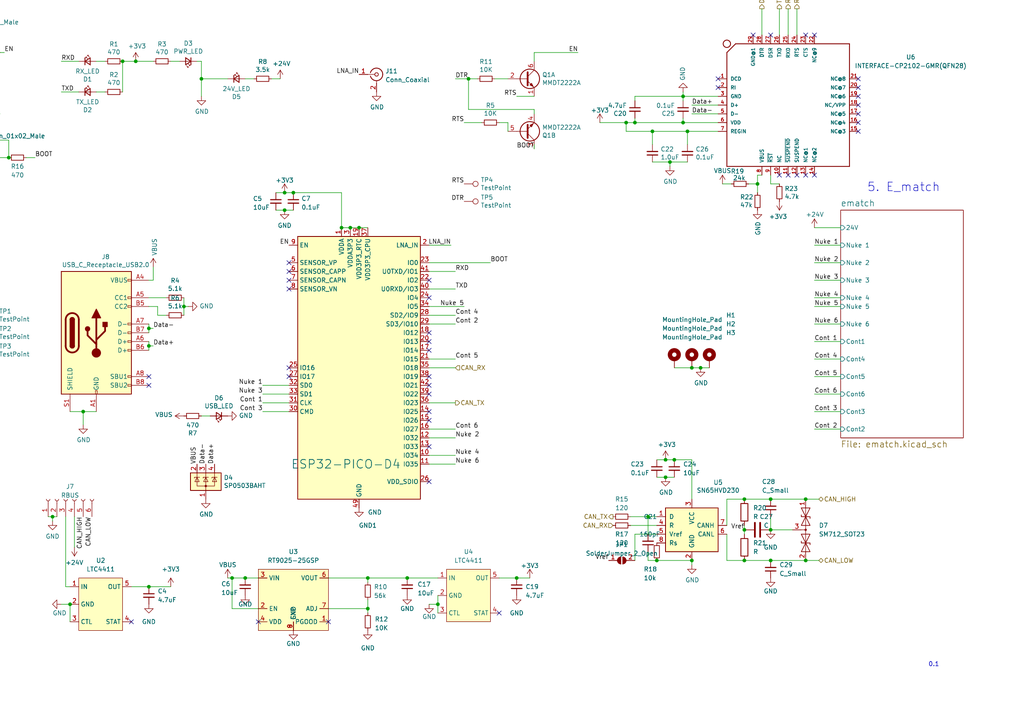
<source format=kicad_sch>
(kicad_sch (version 20211123) (generator eeschema)
  (paper "A4")
  (lib_symbols
    (symbol "Connector:Conn_01x02_Male" (pin_names (offset 1.016) hide)
      (property "Reference" "J" (at 0 2.54 0))
      (property "Value" "Conn_01x02_Male" (at 0 -5.08 0))
      (symbol "Conn_01x02_Male_1_1"
        (pin passive line (at 5.08 0 180) (length 3.81) (name "Pin_1") (number "1"))
        (pin passive line (at 5.08 -2.54 180) (length 3.81) (name "Pin_2") (number "2"))
      )
    )
    (symbol "Connector:Conn_01x06_Female" (pin_names (offset 1.016) hide)
      (property "Reference" "J" (at 0 7.62 0))
      (property "Value" "Conn_01x06_Female" (at 0 -10.16 0))
      (symbol "Conn_01x06_Female_1_1"
        (pin passive line (at -5.08 5.08 0) (length 3.81) (name "Pin_1") (number "1"))
        (pin passive line (at -5.08 2.54 0) (length 3.81) (name "Pin_2") (number "2"))
        (pin passive line (at -5.08 0 0) (length 3.81) (name "Pin_3") (number "3"))
        (pin passive line (at -5.08 -2.54 0) (length 3.81) (name "Pin_4") (number "4"))
        (pin passive line (at -5.08 -5.08 0) (length 3.81) (name "Pin_5") (number "5"))
        (pin passive line (at -5.08 -7.62 0) (length 3.81) (name "Pin_6") (number "6"))
      )
    )
    (symbol "Connector:Conn_Coaxial" (pin_names (offset 1.016) hide)
      (property "Reference" "J" (at 0.254 3.048 0))
      (property "Value" "Conn_Coaxial" (at 2.921 0 90))
      (symbol "Conn_Coaxial_1_1"
        (pin passive line (at -5.08 0 0) (length 2.54) (name "In") (number "1"))
        (pin passive line (at 0 -5.08 90) (length 2.54) (name "Ext") (number "2"))
      )
    )
    (symbol "Connector:TestPoint" (pin_numbers hide) (pin_names (offset 0.762) hide)
      (property "Reference" "TP" (at 0 6.858 0))
      (property "Value" "TestPoint" (at 0 5.08 0))
      (symbol "TestPoint_1_1"
        (pin passive line (at 0 0 90) (length 2.54) (name "1") (number "1"))
      )
    )
    (symbol "Connector:USB_C_Receptacle_USB2.0" (pin_names (offset 1.016))
      (property "Reference" "J" (at -10.16 19.05 0))
      (property "Value" "USB_C_Receptacle_USB2.0" (at 19.05 19.05 0))
      (symbol "USB_C_Receptacle_USB2.0_1_1"
        (pin passive line (at 0 -22.86 90) (length 5.08) (name "GND") (number "A1"))
        (pin passive line (at 0 -22.86 90) (length 5.08) hide (name "GND") (number "A12"))
        (pin passive line (at 15.24 15.24 180) (length 5.08) (name "VBUS") (number "A4"))
        (pin bidirectional line (at 15.24 10.16 180) (length 5.08) (name "CC1") (number "A5"))
        (pin bidirectional line (at 15.24 -2.54 180) (length 5.08) (name "D+") (number "A6"))
        (pin bidirectional line (at 15.24 2.54 180) (length 5.08) (name "D-") (number "A7"))
        (pin bidirectional line (at 15.24 -12.7 180) (length 5.08) (name "SBU1") (number "A8"))
        (pin passive line (at 15.24 15.24 180) (length 5.08) hide (name "VBUS") (number "A9"))
        (pin passive line (at 0 -22.86 90) (length 5.08) hide (name "GND") (number "B1"))
        (pin passive line (at 0 -22.86 90) (length 5.08) hide (name "GND") (number "B12"))
        (pin passive line (at 15.24 15.24 180) (length 5.08) hide (name "VBUS") (number "B4"))
        (pin bidirectional line (at 15.24 7.62 180) (length 5.08) (name "CC2") (number "B5"))
        (pin bidirectional line (at 15.24 -5.08 180) (length 5.08) (name "D+") (number "B6"))
        (pin bidirectional line (at 15.24 0 180) (length 5.08) (name "D-") (number "B7"))
        (pin bidirectional line (at 15.24 -15.24 180) (length 5.08) (name "SBU2") (number "B8"))
        (pin passive line (at 15.24 15.24 180) (length 5.08) hide (name "VBUS") (number "B9"))
        (pin passive line (at -7.62 -22.86 90) (length 5.08) (name "SHIELD") (number "S1"))
      )
    )
    (symbol "Device:C" (pin_numbers hide) (pin_names (offset 0.254))
      (property "Reference" "C" (at 0.635 2.54 0))
      (property "Value" "C" (at 0.635 -2.54 0))
      (symbol "C_1_1"
        (pin passive line (at 0 3.81 270) (length 2.794) (name "~") (number "1"))
        (pin passive line (at 0 -3.81 90) (length 2.794) (name "~") (number "2"))
      )
    )
    (symbol "Device:C_Small" (pin_numbers hide) (pin_names (offset 0.254) hide)
      (property "Reference" "C" (at 0.254 1.778 0))
      (property "Value" "C_Small" (at 0.254 -2.032 0))
      (symbol "C_Small_1_1"
        (pin passive line (at 0 2.54 270) (length 2.032) (name "~") (number "1"))
        (pin passive line (at 0 -2.54 90) (length 2.032) (name "~") (number "2"))
      )
    )
    (symbol "Device:LED_Small" (pin_numbers hide) (pin_names (offset 0.254) hide)
      (property "Reference" "D" (at -1.27 3.175 0))
      (property "Value" "LED_Small" (at -4.445 -2.54 0))
      (symbol "LED_Small_1_1"
        (pin passive line (at -2.54 0 0) (length 1.778) (name "K") (number "1"))
        (pin passive line (at 2.54 0 180) (length 1.778) (name "A") (number "2"))
      )
    )
    (symbol "Device:R" (pin_numbers hide) (pin_names (offset 0))
      (property "Reference" "R" (at 2.032 0 90))
      (property "Value" "R" (at 0 0 90))
      (symbol "R_1_1"
        (pin passive line (at 0 3.81 270) (length 1.27) (name "~") (number "1"))
        (pin passive line (at 0 -3.81 90) (length 1.27) (name "~") (number "2"))
      )
    )
    (symbol "Device:R_Small" (pin_numbers hide) (pin_names (offset 0.254) hide)
      (property "Reference" "R" (at 0.762 0.508 0))
      (property "Value" "R_Small" (at 0.762 -1.016 0))
      (symbol "R_Small_1_1"
        (pin passive line (at 0 2.54 270) (length 0.762) (name "~") (number "1"))
        (pin passive line (at 0 -2.54 90) (length 0.762) (name "~") (number "2"))
      )
    )
    (symbol "Diode:SM712_SOT23" (pin_names (offset 1.016) hide)
      (property "Reference" "D" (at 0 4.445 0))
      (property "Value" "SM712_SOT23" (at 0 2.54 0))
      (symbol "SM712_SOT23_1_1"
        (pin passive line (at -8.89 0 0) (length 2.54) (name "A1") (number "1"))
        (pin passive line (at 8.89 0 180) (length 2.54) (name "A2") (number "2"))
        (pin input line (at 0 -3.81 90) (length 2.54) (name "common") (number "3"))
      )
    )
    (symbol "Interface_CAN_LIN:SN65HVD230" (pin_names (offset 1.016))
      (property "Reference" "U" (at -2.54 10.16 0))
      (property "Value" "SN65HVD230" (at -2.54 7.62 0))
      (symbol "SN65HVD230_1_1"
        (pin input line (at -10.16 2.54 0) (length 2.54) (name "D") (number "1"))
        (pin power_in line (at 0 -10.16 90) (length 2.54) (name "GND") (number "2"))
        (pin power_in line (at 0 7.62 270) (length 2.54) (name "VCC") (number "3"))
        (pin output line (at -10.16 0 0) (length 2.54) (name "R") (number "4"))
        (pin output line (at -10.16 -2.54 0) (length 2.54) (name "Vref") (number "5"))
        (pin bidirectional line (at 10.16 -2.54 180) (length 2.54) (name "CANL") (number "6"))
        (pin bidirectional line (at 10.16 0 180) (length 2.54) (name "CANH") (number "7"))
        (pin input line (at -10.16 -5.08 0) (length 2.54) (name "Rs") (number "8"))
      )
    )
    (symbol "Jumper:SolderJumper_2_Open" (pin_names (offset 0) hide)
      (property "Reference" "JP" (at 0 2.032 0))
      (property "Value" "SolderJumper_2_Open" (at 0 -2.54 0))
      (symbol "SolderJumper_2_Open_1_1"
        (pin passive line (at -3.81 0 0) (length 2.54) (name "A") (number "1"))
        (pin passive line (at 3.81 0 180) (length 2.54) (name "B") (number "2"))
      )
    )
    (symbol "Mechanical:MountingHole_Pad" (pin_numbers hide) (pin_names (offset 1.016) hide)
      (property "Reference" "H" (at 0 6.35 0))
      (property "Value" "MountingHole_Pad" (at 0 4.445 0))
      (symbol "MountingHole_Pad_1_1"
        (pin input line (at 0 -2.54 90) (length 2.54) (name "1") (number "1"))
      )
    )
    (symbol "Power_Protection:SP0503BAHT" (pin_names hide)
      (property "Reference" "D" (at 5.715 2.54 0))
      (property "Value" "SP0503BAHT" (at 5.715 0.635 0))
      (symbol "SP0503BAHT_0_0"
        (pin passive line (at 0 -5.08 90) (length 2.54) (name "A") (number "1"))
      )
      (symbol "SP0503BAHT_1_1"
        (pin passive line (at -2.54 5.08 270) (length 2.54) (name "K") (number "2"))
        (pin passive line (at 0 5.08 270) (length 2.54) (name "K") (number "3"))
        (pin passive line (at 2.54 5.08 270) (length 2.54) (name "K") (number "4"))
      )
    )
    (symbol "RF_Module:ESP32-PICO-D4"
      (property "Reference" "U" (at -17.78 39.37 0))
      (property "Value" "ESP32-PICO-D4" (at 3.81 39.37 0))
      (symbol "ESP32-PICO-D4_0_0"
        (pin power_in line (at -5.08 40.64 270) (length 2.54) (name "VDDA") (number "1"))
        (pin input line (at 20.32 -25.4 180) (length 2.54) (name "IO34") (number "10"))
        (pin input line (at 20.32 -27.94 180) (length 2.54) (name "IO35") (number "11"))
        (pin bidirectional line (at 20.32 -20.32 180) (length 2.54) (name "IO32") (number "12"))
        (pin bidirectional line (at 20.32 -22.86 180) (length 2.54) (name "IO33") (number "13"))
        (pin bidirectional line (at 20.32 -12.7 180) (length 2.54) (name "IO25") (number "14"))
        (pin bidirectional line (at 20.32 -15.24 180) (length 2.54) (name "IO26") (number "15"))
        (pin bidirectional line (at 20.32 -17.78 180) (length 2.54) (name "IO27") (number "16"))
        (pin bidirectional line (at 20.32 5.08 180) (length 2.54) (name "IO14") (number "17"))
        (pin bidirectional line (at 20.32 10.16 180) (length 2.54) (name "IO12") (number "18"))
        (pin power_in line (at 0 40.64 270) (length 2.54) (name "VDD3P3_RTC") (number "19"))
        (pin bidirectional line (at 20.32 35.56 180) (length 2.54) (name "LNA_IN") (number "2"))
        (pin bidirectional line (at 20.32 7.62 180) (length 2.54) (name "IO13") (number "20"))
        (pin bidirectional line (at 20.32 2.54 180) (length 2.54) (name "IO15") (number "21"))
        (pin bidirectional line (at 20.32 25.4 180) (length 2.54) (name "IO2") (number "22"))
        (pin bidirectional line (at 20.32 30.48 180) (length 2.54) (name "IO0") (number "23"))
        (pin bidirectional line (at 20.32 20.32 180) (length 2.54) (name "IO4") (number "24"))
        (pin bidirectional line (at -20.32 0 0) (length 2.54) (name "IO16") (number "25"))
        (pin power_out line (at 20.32 -33.02 180) (length 2.54) (name "VDD_SDIO") (number "26"))
        (pin bidirectional line (at -20.32 -2.54 0) (length 2.54) (name "IO17") (number "27"))
        (pin bidirectional line (at 20.32 15.24 180) (length 2.54) (name "SD2/IO9") (number "28"))
        (pin bidirectional line (at 20.32 12.7 180) (length 2.54) (name "SD3/IO10") (number "29"))
        (pin power_in line (at -2.54 40.64 270) (length 2.54) (name "VDDA3P3") (number "3"))
        (pin bidirectional line (at -20.32 -12.7 0) (length 2.54) (name "CMD") (number "30"))
        (pin bidirectional line (at -20.32 -10.16 0) (length 2.54) (name "CLK") (number "31"))
        (pin bidirectional line (at -20.32 -5.08 0) (length 2.54) (name "SD0") (number "32"))
        (pin bidirectional line (at -20.32 -7.62 0) (length 2.54) (name "SD1") (number "33"))
        (pin bidirectional line (at 20.32 17.78 180) (length 2.54) (name "IO5") (number "34"))
        (pin bidirectional line (at 20.32 0 180) (length 2.54) (name "IO18") (number "35"))
        (pin bidirectional line (at 20.32 -10.16 180) (length 2.54) (name "IO23") (number "36"))
        (pin power_in line (at 2.54 40.64 270) (length 2.54) (name "VDD3P3_CPU") (number "37"))
        (pin bidirectional line (at 20.32 -2.54 180) (length 2.54) (name "IO19") (number "38"))
        (pin bidirectional line (at 20.32 -7.62 180) (length 2.54) (name "IO22") (number "39"))
        (pin passive line (at -2.54 40.64 270) (length 2.54) hide (name "VDDA3P3") (number "4"))
        (pin bidirectional line (at 20.32 22.86 180) (length 2.54) (name "U0RXD/IO3") (number "40"))
        (pin bidirectional line (at 20.32 27.94 180) (length 2.54) (name "U0TXD/IO1") (number "41"))
        (pin bidirectional line (at 20.32 -5.08 180) (length 2.54) (name "IO21") (number "42"))
        (pin passive line (at -5.08 40.64 270) (length 2.54) hide (name "VDDA") (number "43"))
        (pin no_connect line (at -17.78 -25.4 0) (length 2.54) hide (name "XTAL_N_NC") (number "44"))
        (pin no_connect line (at -17.78 -27.94 0) (length 2.54) hide (name "XTAL_P_NC") (number "45"))
        (pin passive line (at -5.08 40.64 270) (length 2.54) hide (name "VDDA") (number "46"))
        (pin no_connect line (at -17.78 -30.48 0) (length 2.54) hide (name "CAP2_NC") (number "47"))
        (pin no_connect line (at -17.78 -33.02 0) (length 2.54) hide (name "CAP1_NC") (number "48"))
        (pin power_in line (at 0 -40.64 90) (length 2.54) (name "GND") (number "49"))
        (pin input line (at -20.32 30.48 0) (length 2.54) (name "SENSOR_VP") (number "5"))
        (pin input line (at -20.32 27.94 0) (length 2.54) (name "SENSOR_CAPP") (number "6"))
        (pin input line (at -20.32 25.4 0) (length 2.54) (name "SENSOR_CAPN") (number "7"))
        (pin input line (at -20.32 22.86 0) (length 2.54) (name "SENSOR_VN") (number "8"))
        (pin input line (at -20.32 35.56 0) (length 2.54) (name "EN") (number "9"))
      )
    )
    (symbol "Transistor_BJT:MMDT2222A" (pin_names (offset 0) hide)
      (property "Reference" "Q" (at 5.08 1.27 0))
      (property "Value" "MMDT2222A" (at 5.08 -1.27 0))
      (symbol "MMDT2222A_1_1"
        (pin passive line (at 2.54 -5.08 90) (length 2.54) (name "E1") (number "1"))
        (pin input line (at -5.08 0 0) (length 2.54) (name "B1") (number "2"))
        (pin passive line (at 2.54 5.08 270) (length 2.54) (name "C1") (number "6"))
      )
      (symbol "MMDT2222A_2_1"
        (pin passive line (at 2.54 5.08 270) (length 2.54) (name "C2") (number "3"))
        (pin passive line (at 2.54 -5.08 90) (length 2.54) (name "E2") (number "4"))
        (pin input line (at -5.08 0 0) (length 2.54) (name "B2") (number "5"))
      )
    )
    (symbol "analogue-cache:+3.3V" (power) (pin_names (offset 0))
      (property "Value" "+3.3V" (at 0 3.556 0))
      (symbol "+3.3V_1_1"
        (pin power_in line (at 0 0 90) (length 0) hide (name "+3V3") (number "1"))
      )
    )
    (symbol "iclr:INTERFACE-CP2102-GMR(QFN28)" (pin_names (offset 1.016))
      (property "Reference" "U" (at -17.8054 20.3454 0))
      (property "Value" "INTERFACE-CP2102-GMR(QFN28)" (at -17.78 -17.78 0))
      (symbol "INTERFACE-CP2102-GMR(QFN28)_0_0"
        (pin bidirectional line (at -20.32 7.62 0) (length 2.54) (name "DCD") (number "1"))
        (pin bidirectional line (at -2.54 -20.32 90) (length 2.54) (name "NC") (number "10"))
        (pin bidirectional line (at 0 -20.32 90) (length 2.54) (name "~{SUSPEND}") (number "11"))
        (pin bidirectional line (at 2.54 -20.32 90) (length 2.54) (name "SUSPEND") (number "12"))
        (pin bidirectional line (at 5.08 -20.32 90) (length 2.54) (name "NC@1") (number "13"))
        (pin bidirectional line (at 7.62 -20.32 90) (length 2.54) (name "NC@2") (number "14"))
        (pin bidirectional line (at 20.32 -7.62 180) (length 2.54) (name "NC@3") (number "15"))
        (pin bidirectional line (at 20.32 -5.08 180) (length 2.54) (name "NC@4") (number "16"))
        (pin bidirectional line (at 20.32 -2.54 180) (length 2.54) (name "NC@5") (number "17"))
        (pin bidirectional line (at 20.32 0 180) (length 2.54) (name "NC/VPP") (number "18"))
        (pin bidirectional line (at 20.32 2.54 180) (length 2.54) (name "NC@6") (number "19"))
        (pin bidirectional line (at -20.32 5.08 0) (length 2.54) (name "RI") (number "2"))
        (pin bidirectional line (at 20.32 5.08 180) (length 2.54) (name "NC@7") (number "20"))
        (pin bidirectional line (at 20.32 7.62 180) (length 2.54) (name "NC@8") (number "21"))
        (pin bidirectional line (at 7.62 20.32 270) (length 2.54) (name "NC@9") (number "22"))
        (pin bidirectional line (at 5.08 20.32 270) (length 2.54) (name "CTS") (number "23"))
        (pin bidirectional line (at 2.54 20.32 270) (length 2.54) (name "RTS") (number "24"))
        (pin bidirectional line (at 0 20.32 270) (length 2.54) (name "RXD") (number "25"))
        (pin bidirectional line (at -2.54 20.32 270) (length 2.54) (name "TXD") (number "26"))
        (pin bidirectional line (at -5.08 20.32 270) (length 2.54) (name "DSR") (number "27"))
        (pin bidirectional line (at -7.62 20.32 270) (length 2.54) (name "DTR") (number "28"))
        (pin bidirectional line (at -10.16 20.32 270) (length 2.54) (name "GND@1") (number "29"))
        (pin bidirectional line (at -20.32 2.54 0) (length 2.54) (name "GND") (number "3"))
        (pin bidirectional line (at -20.32 0 0) (length 2.54) (name "D+") (number "4"))
        (pin bidirectional line (at -20.32 -2.54 0) (length 2.54) (name "D-") (number "5"))
        (pin bidirectional line (at -20.32 -5.08 0) (length 2.54) (name "VDD") (number "6"))
        (pin bidirectional line (at -20.32 -7.62 0) (length 2.54) (name "REGIN") (number "7"))
        (pin bidirectional line (at -7.62 -20.32 90) (length 2.54) (name "VBUS") (number "8"))
        (pin bidirectional line (at -5.08 -20.32 90) (length 2.54) (name "~{RST}") (number "9"))
      )
    )
    (symbol "iclr:LTC4411"
      (property "Reference" "U" (at 0 1.27 0))
      (property "Value" "LTC4411" (at 0 -1.27 0))
      (symbol "LTC4411_1_1"
        (pin power_in line (at -8.89 -5.08 0) (length 2.54) (name "IN") (number "1"))
        (pin output line (at -8.89 -10.16 0) (length 2.54) (name "GND") (number "2"))
        (pin input line (at -8.89 -15.24 0) (length 2.54) (name "CTL") (number "3"))
        (pin input line (at 8.89 -15.24 180) (length 2.54) (name "STAT") (number "4"))
        (pin power_out line (at 8.89 -5.08 180) (length 2.54) (name "OUT") (number "5"))
      )
    )
    (symbol "iclr:RT9025-25GSP"
      (property "Reference" "U3" (at 0 6.35 0))
      (property "Value" "RT9025-25GSP" (at 0 3.81 0))
      (symbol "RT9025-25GSP_1_1"
        (pin output line (at 10.16 -13.97 180) (length 2.54) (name "PGOOD") (number "1"))
        (pin input line (at -10.16 -10.16 0) (length 2.54) (name "EN") (number "2"))
        (pin input line (at -10.16 -1.27 0) (length 2.54) (name "VIN") (number "3"))
        (pin input line (at -10.16 -13.97 0) (length 2.54) (name "VDD") (number "4"))
        (pin output line (at 10.16 -1.27 180) (length 2.54) (name "VOUT") (number "6"))
        (pin input line (at 10.16 -10.16 180) (length 2.54) (name "ADJ") (number "7"))
        (pin input line (at 0 -16.51 90) (length 2.54) (name "GND") (number "8"))
        (pin input line (at 0 -16.51 90) (length 2.54) (name "EXP") (number "9"))
      )
    )
    (symbol "power:+24V" (power) (pin_names (offset 0))
      (property "Value" "+24V" (at 0 3.556 0))
      (symbol "+24V_1_1"
        (pin power_in line (at 0 0 90) (length 0) hide (name "+24V") (number "1"))
      )
    )
    (symbol "power:+3.3V" (power) (pin_names (offset 0))
      (property "Value" "+3.3V" (at 0 3.556 0))
      (symbol "+3.3V_1_1"
        (pin power_in line (at 0 0 90) (length 0) hide (name "+3V3") (number "1"))
      )
    )
    (symbol "power:GND" (power) (pin_names (offset 0))
      (property "Value" "GND" (at 0 -3.81 0))
      (symbol "GND_1_1"
        (pin power_in line (at 0 0 270) (length 0) hide (name "GND") (number "1"))
      )
    )
    (symbol "power:VBUS" (power) (pin_names (offset 0))
      (property "Value" "VBUS" (at 0 3.81 0))
      (symbol "VBUS_1_1"
        (pin power_in line (at 0 0 90) (length 0) hide (name "VBUS") (number "1"))
      )
    )
  )
  (junction (at 190.5 162.56))
  (junction (at 219.71 53.34))
  (junction (at 106.68 176.53))
  (junction (at -5.08 15.24))
  (junction (at 15.24 149.86))
  (junction (at -7.62 33.02))
  (junction (at 82.55 60.96))
  (junction (at 135.89 22.86))
  (junction (at 195.58 133.35))
  (junction (at 99.06 66.04))
  (junction (at 53.34 88.9))
  (junction (at 200.66 106.68))
  (junction (at 43.18 170.18))
  (junction (at 189.23 38.1))
  (junction (at 2.54 45.72))
  (junction (at 149.86 167.64))
  (junction (at 58.42 22.86))
  (junction (at 43.18 95.25))
  (junction (at 233.68 162.56))
  (junction (at 198.12 35.56))
  (junction (at 215.9 162.56))
  (junction (at 67.31 167.64))
  (junction (at 200.66 162.56))
  (junction (at 35.56 17.78))
  (junction (at 39.37 17.78))
  (junction (at 71.12 167.64))
  (junction (at -22.86 15.24))
  (junction (at 193.04 138.43))
  (junction (at 223.52 162.56))
  (junction (at 127 175.26))
  (junction (at 198.12 27.94))
  (junction (at 223.52 144.78))
  (junction (at -15.24 45.72))
  (junction (at 20.32 175.26))
  (junction (at 194.31 46.99))
  (junction (at 184.15 35.56))
  (junction (at 24.13 119.38))
  (junction (at 82.55 55.88))
  (junction (at 43.18 100.33))
  (junction (at 106.68 167.64))
  (junction (at 181.61 35.56))
  (junction (at 215.9 144.78))
  (junction (at 203.2 106.68))
  (junction (at 187.96 149.86))
  (junction (at 199.39 38.1))
  (junction (at 104.14 66.04))
  (junction (at 193.04 133.35))
  (junction (at 233.68 144.78))
  (junction (at 215.9 153.67))
  (junction (at 118.11 167.64))
  (junction (at 101.6 66.04))
  (junction (at 85.09 55.88))
  (junction (at 223.52 153.67))
  (no_connect (at 83.82 106.68))
  (no_connect (at 248.92 25.4))
  (no_connect (at 83.82 83.82))
  (no_connect (at 83.82 81.28))
  (no_connect (at 83.82 78.74))
  (no_connect (at 83.82 76.2))
  (no_connect (at 248.92 27.94))
  (no_connect (at 124.46 121.92))
  (no_connect (at 248.92 35.56))
  (no_connect (at 208.28 25.4))
  (no_connect (at 124.46 111.76))
  (no_connect (at 226.06 50.8))
  (no_connect (at 248.92 38.1))
  (no_connect (at 124.46 81.28))
  (no_connect (at 74.93 180.34))
  (no_connect (at 231.14 50.8))
  (no_connect (at 124.46 101.6))
  (no_connect (at 248.92 30.48))
  (no_connect (at 124.46 114.3))
  (no_connect (at 248.92 33.02))
  (no_connect (at 233.68 50.8))
  (no_connect (at 144.78 177.8))
  (no_connect (at 124.46 139.7))
  (no_connect (at 236.22 50.8))
  (no_connect (at 124.46 86.36))
  (no_connect (at 83.82 109.22))
  (no_connect (at 124.46 96.52))
  (no_connect (at 248.92 22.86))
  (no_connect (at 236.22 10.16))
  (no_connect (at 208.28 22.86))
  (no_connect (at 43.18 109.22))
  (no_connect (at 124.46 109.22))
  (no_connect (at 124.46 129.54))
  (no_connect (at 233.68 10.16))
  (no_connect (at 95.25 180.34))
  (no_connect (at 124.46 99.06))
  (no_connect (at 228.6 50.8))
  (no_connect (at 223.52 10.16))
  (no_connect (at 43.18 111.76))
  (no_connect (at 218.44 10.16))
  (no_connect (at 124.46 119.38))
  (no_connect (at 38.1 180.34))
  (wire (pts (xy 99.06 55.88) (xy 99.06 66.04)))
  (wire (pts (xy 19.05 170.18) (xy 20.32 170.18)))
  (wire (pts (xy 135.89 22.86) (xy 138.43 22.86)))
  (wire (pts (xy 17.78 175.26) (xy 20.32 175.26)))
  (wire (pts (xy 193.04 138.43) (xy 195.58 138.43)))
  (wire (pts (xy 124.46 104.14) (xy 132.08 104.14)))
  (wire (pts (xy 101.6 66.04) (xy 104.14 66.04)))
  (wire (pts (xy 132.08 22.86) (xy 135.89 22.86)))
  (wire (pts (xy 223.52 153.67) (xy 229.87 153.67)))
  (wire (pts (xy 200.66 30.48) (xy 208.28 30.48)))
  (wire (pts (xy 223.52 50.8) (xy 223.52 53.34)))
  (wire (pts (xy 215.9 144.78) (xy 223.52 144.78)))
  (wire (pts (xy 124.46 71.12) (xy 130.81 71.12)))
  (wire (pts (xy 190.5 138.43) (xy 193.04 138.43)))
  (wire (pts (xy 187.96 160.02) (xy 187.96 162.56)))
  (wire (pts (xy 149.86 167.64) (xy 153.67 167.64)))
  (wire (pts (xy 106.68 176.53) (xy 106.68 177.8)))
  (wire (pts (xy 195.58 133.35) (xy 200.66 133.35)))
  (wire (pts (xy 83.82 116.84) (xy 76.2 116.84)))
  (wire (pts (xy 124.46 83.82) (xy 132.08 83.82)))
  (wire (pts (xy 181.61 38.1) (xy 189.23 38.1)))
  (wire (pts (xy 154.94 41.91) (xy 154.94 43.18)))
  (wire (pts (xy 80.01 55.88) (xy 82.55 55.88)))
  (wire (pts (xy 21.59 158.75) (xy 21.59 149.86)))
  (wire (pts (xy 147.32 35.56) (xy 147.32 38.1)))
  (wire (pts (xy 67.31 167.64) (xy 67.31 176.53)))
  (wire (pts (xy -5.08 40.64) (xy 2.54 40.64)))
  (wire (pts (xy 71.12 22.86) (xy 73.66 22.86)))
  (wire (pts (xy 189.23 46.99) (xy 194.31 46.99)))
  (wire (pts (xy 27.94 26.67) (xy 30.48 26.67)))
  (wire (pts (xy 236.22 76.2) (xy 243.84 76.2)))
  (wire (pts (xy 223.52 162.56) (xy 215.9 162.56)))
  (wire (pts (xy 220.98 10.16) (xy 220.98 2.54)))
  (wire (pts (xy 144.78 35.56) (xy 147.32 35.56)))
  (wire (pts (xy 194.31 46.99) (xy 194.31 48.26)))
  (wire (pts (xy 27.94 17.78) (xy 30.48 17.78)))
  (wire (pts (xy 193.04 133.35) (xy 195.58 133.35)))
  (wire (pts (xy 223.52 149.86) (xy 223.52 153.67)))
  (wire (pts (xy 1.27 15.24) (xy 0 15.24)))
  (wire (pts (xy -22.86 10.16) (xy -22.86 15.24)))
  (wire (pts (xy 203.2 106.68) (xy 200.66 106.68)))
  (wire (pts (xy 135.89 31.75) (xy 154.94 31.75)))
  (wire (pts (xy 181.61 35.56) (xy 184.15 35.56)))
  (wire (pts (xy 198.12 35.56) (xy 184.15 35.56)))
  (wire (pts (xy 190.5 133.35) (xy 193.04 133.35)))
  (wire (pts (xy 200.66 133.35) (xy 200.66 144.78)))
  (wire (pts (xy 124.46 175.26) (xy 127 175.26)))
  (wire (pts (xy 154.94 31.75) (xy 154.94 33.02)))
  (wire (pts (xy 200.66 106.68) (xy 195.58 106.68)))
  (wire (pts (xy -7.62 30.48) (xy -7.62 33.02)))
  (wire (pts (xy 43.18 88.9) (xy 45.72 88.9)))
  (wire (pts (xy -22.86 15.24) (xy -22.86 16.51)))
  (wire (pts (xy 200.66 33.02) (xy 208.28 33.02)))
  (wire (pts (xy 124.46 106.68) (xy 132.08 106.68)))
  (wire (pts (xy 236.22 66.04) (xy 243.84 66.04)))
  (wire (pts (xy 134.62 88.9) (xy 124.46 88.9)))
  (wire (pts (xy -15.24 45.72) (xy -15.24 53.34)))
  (wire (pts (xy 20.32 175.26) (xy 20.32 180.34)))
  (wire (pts (xy 44.45 81.28) (xy 43.18 81.28)))
  (wire (pts (xy 236.22 124.46) (xy 243.84 124.46)))
  (wire (pts (xy 106.68 167.64) (xy 106.68 168.91)))
  (wire (pts (xy 99.06 66.04) (xy 101.6 66.04)))
  (wire (pts (xy 83.82 119.38) (xy 76.2 119.38)))
  (wire (pts (xy -15.24 40.64) (xy -15.24 45.72)))
  (wire (pts (xy 231.14 10.16) (xy 231.14 2.54)))
  (wire (pts (xy 85.09 55.88) (xy 99.06 55.88)))
  (wire (pts (xy 43.18 99.06) (xy 43.18 100.33)))
  (wire (pts (xy 20.32 119.38) (xy 24.13 119.38)))
  (wire (pts (xy 182.88 152.4) (xy 190.5 152.4)))
  (wire (pts (xy 154.94 15.24) (xy 167.64 15.24)))
  (wire (pts (xy 15.24 151.13) (xy 15.24 149.86)))
  (wire (pts (xy 118.11 167.64) (xy 127 167.64)))
  (wire (pts (xy 38.1 170.18) (xy 43.18 170.18)))
  (wire (pts (xy -12.7 33.02) (xy -7.62 33.02)))
  (wire (pts (xy 124.46 76.2) (xy 142.24 76.2)))
  (wire (pts (xy 24.13 119.38) (xy 24.13 123.19)))
  (wire (pts (xy 223.52 53.34) (xy 226.06 53.34)))
  (wire (pts (xy 236.22 104.14) (xy 243.84 104.14)))
  (wire (pts (xy -12.7 101.6) (xy -5.08 101.6)))
  (wire (pts (xy 10.16 45.72) (xy 7.62 45.72)))
  (wire (pts (xy 124.46 127) (xy 132.08 127)))
  (wire (pts (xy 236.22 93.98) (xy 243.84 93.98)))
  (wire (pts (xy 226.06 10.16) (xy 226.06 2.54)))
  (wire (pts (xy 236.22 81.28) (xy 243.84 81.28)))
  (wire (pts (xy 124.46 116.84) (xy 132.08 116.84)))
  (wire (pts (xy 58.42 17.78) (xy 58.42 22.86)))
  (wire (pts (xy 217.17 53.34) (xy 219.71 53.34)))
  (wire (pts (xy 124.46 132.08) (xy 132.08 132.08)))
  (wire (pts (xy -12.7 10.16) (xy -5.08 10.16)))
  (wire (pts (xy 83.82 114.3) (xy 76.2 114.3)))
  (wire (pts (xy 236.22 88.9) (xy 243.84 88.9)))
  (wire (pts (xy -15.24 40.64) (xy -7.62 40.64)))
  (wire (pts (xy 233.68 162.56) (xy 237.49 162.56)))
  (wire (pts (xy 187.96 154.94) (xy 187.96 149.86)))
  (wire (pts (xy 124.46 93.98) (xy 132.08 93.98)))
  (wire (pts (xy -16.51 15.24) (xy -22.86 15.24)))
  (wire (pts (xy 43.18 100.33) (xy 43.18 101.6)))
  (wire (pts (xy 181.61 35.56) (xy 181.61 38.1)))
  (wire (pts (xy 127 175.26) (xy 127 177.8)))
  (wire (pts (xy 53.34 91.44) (xy 53.34 88.9)))
  (wire (pts (xy 58.42 22.86) (xy 58.42 27.94)))
  (wire (pts (xy -5.08 15.24) (xy -5.08 10.16)))
  (wire (pts (xy 17.78 26.67) (xy 22.86 26.67)))
  (wire (pts (xy 198.12 35.56) (xy 208.28 35.56)))
  (wire (pts (xy -12.7 96.52) (xy -5.08 96.52)))
  (wire (pts (xy -22.86 10.16) (xy -15.24 10.16)))
  (wire (pts (xy 67.31 176.53) (xy 74.93 176.53)))
  (wire (pts (xy 236.22 71.12) (xy 243.84 71.12)))
  (wire (pts (xy 17.78 17.78) (xy 22.86 17.78)))
  (wire (pts (xy 135.89 22.86) (xy 135.89 31.75)))
  (wire (pts (xy 106.68 167.64) (xy 118.11 167.64)))
  (wire (pts (xy 58.42 17.78) (xy 57.15 17.78)))
  (wire (pts (xy 184.15 154.94) (xy 190.5 154.94)))
  (wire (pts (xy -8.89 45.72) (xy -15.24 45.72)))
  (wire (pts (xy 44.45 77.47) (xy 44.45 81.28)))
  (wire (pts (xy 147.32 22.86) (xy 143.51 22.86)))
  (wire (pts (xy 39.37 17.78) (xy 44.45 17.78)))
  (wire (pts (xy 219.71 50.8) (xy 220.98 50.8)))
  (wire (pts (xy 219.71 55.88) (xy 219.71 53.34)))
  (wire (pts (xy 210.82 162.56) (xy 215.9 162.56)))
  (wire (pts (xy 209.55 53.34) (xy 212.09 53.34)))
  (wire (pts (xy 81.28 22.86) (xy 78.74 22.86)))
  (wire (pts (xy 199.39 38.1) (xy 208.28 38.1)))
  (wire (pts (xy 198.12 27.94) (xy 198.12 29.21)))
  (wire (pts (xy 190.5 162.56) (xy 200.66 162.56)))
  (wire (pts (xy 134.62 35.56) (xy 139.7 35.56)))
  (wire (pts (xy 66.04 167.64) (xy 67.31 167.64)))
  (wire (pts (xy 83.82 111.76) (xy 76.2 111.76)))
  (wire (pts (xy 236.22 114.3) (xy 243.84 114.3)))
  (wire (pts (xy 15.24 149.86) (xy 16.51 149.86)))
  (wire (pts (xy 124.46 91.44) (xy 132.08 91.44)))
  (wire (pts (xy 49.53 17.78) (xy 52.07 17.78)))
  (wire (pts (xy 189.23 38.1) (xy 199.39 38.1)))
  (wire (pts (xy 200.66 163.83) (xy 200.66 162.56)))
  (wire (pts (xy -3.81 45.72) (xy 2.54 45.72)))
  (wire (pts (xy 43.18 170.18) (xy 49.53 170.18)))
  (wire (pts (xy 19.05 149.86) (xy 19.05 170.18)))
  (wire (pts (xy 228.6 10.16) (xy 228.6 2.54)))
  (wire (pts (xy 198.12 27.94) (xy 208.28 27.94)))
  (wire (pts (xy 71.12 167.64) (xy 74.93 167.64)))
  (wire (pts (xy 43.18 86.36) (xy 48.26 86.36)))
  (wire (pts (xy -15.24 5.08) (xy -15.24 10.16)))
  (wire (pts (xy 43.18 95.25) (xy 43.18 93.98)))
  (wire (pts (xy 0 33.02) (xy -7.62 33.02)))
  (wire (pts (xy 43.18 96.52) (xy 43.18 95.25)))
  (wire (pts (xy 223.52 144.78) (xy 233.68 144.78)))
  (wire (pts (xy 67.31 167.64) (xy 71.12 167.64)))
  (wire (pts (xy 184.15 29.21) (xy 184.15 27.94)))
  (wire (pts (xy 144.78 167.64) (xy 149.86 167.64)))
  (wire (pts (xy 210.82 152.4) (xy 210.82 144.78)))
  (wire (pts (xy 104.14 66.04) (xy 106.68 66.04)))
  (wire (pts (xy 198.12 26.67) (xy 198.12 27.94)))
  (wire (pts (xy 236.22 109.22) (xy 243.84 109.22)))
  (wire (pts (xy 184.15 34.29) (xy 184.15 35.56)))
  (wire (pts (xy 236.22 99.06) (xy 243.84 99.06)))
  (wire (pts (xy -12.7 5.08) (xy -12.7 10.16)))
  (wire (pts (xy 15.24 149.86) (xy 13.97 149.86)))
  (wire (pts (xy 236.22 86.36) (xy 243.84 86.36)))
  (wire (pts (xy 199.39 41.91) (xy 199.39 38.1)))
  (wire (pts (xy 236.22 119.38) (xy 243.84 119.38)))
  (wire (pts (xy 60.96 120.65) (xy 58.42 120.65)))
  (wire (pts (xy 154.94 15.24) (xy 154.94 17.78)))
  (wire (pts (xy 82.55 60.96) (xy 85.09 60.96)))
  (wire (pts (xy 215.9 153.67) (xy 215.9 154.94)))
  (wire (pts (xy 210.82 154.94) (xy 210.82 162.56)))
  (wire (pts (xy 45.72 91.44) (xy 48.26 91.44)))
  (wire (pts (xy 66.04 22.86) (xy 58.42 22.86)))
  (wire (pts (xy 205.74 106.68) (xy 203.2 106.68)))
  (wire (pts (xy 194.31 46.99) (xy 199.39 46.99)))
  (wire (pts (xy 95.25 167.64) (xy 106.68 167.64)))
  (wire (pts (xy 124.46 124.46) (xy 132.08 124.46)))
  (wire (pts (xy 106.68 173.99) (xy 106.68 176.53)))
  (wire (pts (xy 127 172.72) (xy 127 175.26)))
  (wire (pts (xy 187.96 149.86) (xy 190.5 149.86)))
  (wire (pts (xy 198.12 34.29) (xy 198.12 35.56)))
  (wire (pts (xy 35.56 17.78) (xy 35.56 26.67)))
  (wire (pts (xy -11.43 15.24) (xy -5.08 15.24)))
  (wire (pts (xy 45.72 88.9) (xy 45.72 91.44)))
  (wire (pts (xy -20.32 33.02) (xy -17.78 33.02)))
  (wire (pts (xy 2.54 45.72) (xy 2.54 40.64)))
  (wire (pts (xy 24.13 119.38) (xy 27.94 119.38)))
  (wire (pts (xy 210.82 144.78) (xy 215.9 144.78)))
  (wire (pts (xy 215.9 152.4) (xy 215.9 153.67)))
  (wire (pts (xy 43.18 95.25) (xy 44.45 95.25)))
  (wire (pts (xy 189.23 41.91) (xy 189.23 38.1)))
  (wire (pts (xy 233.68 144.78) (xy 237.49 144.78)))
  (wire (pts (xy 184.15 27.94) (xy 198.12 27.94)))
  (wire (pts (xy 219.71 53.34) (xy 219.71 50.8)))
  (wire (pts (xy 124.46 134.62) (xy 132.08 134.62)))
  (wire (pts (xy 53.34 86.36) (xy 53.34 88.9)))
  (wire (pts (xy 53.34 88.9) (xy 54.61 88.9)))
  (wire (pts (xy 82.55 55.88) (xy 85.09 55.88)))
  (wire (pts (xy 187.96 162.56) (xy 190.5 162.56)))
  (wire (pts (xy 95.25 176.53) (xy 106.68 176.53)))
  (wire (pts (xy 80.01 60.96) (xy 82.55 60.96)))
  (wire (pts (xy 43.18 100.33) (xy 44.45 100.33)))
  (wire (pts (xy 149.86 27.94) (xy 154.94 27.94)))
  (wire (pts (xy 173.99 35.56) (xy 181.61 35.56)))
  (wire (pts (xy -12.7 91.44) (xy -5.08 91.44)))
  (wire (pts (xy 184.15 162.56) (xy 184.15 154.94)))
  (wire (pts (xy 182.88 149.86) (xy 187.96 149.86)))
  (wire (pts (xy 223.52 162.56) (xy 233.68 162.56)))
  (wire (pts (xy 124.46 78.74) (xy 132.08 78.74)))
  (wire (pts (xy 35.56 17.78) (xy 39.37 17.78)))
  (text "5. E_match" (at 251.46 55.88 0) (effects (font (size 2.5 2.5)) (justify left bottom)))
  (text "0.1\n\n" (at 269.24 195.58 0) (effects (font (size 1.27 1.27)) (justify left bottom)))
  (label "Nuke 1" (at 236.22 71.12 0))
  (label "BOOT" (at 10.16 45.72 0))
  (label "Data-" (at 59.69 134.62 90))
  (label "Cont 2" (at 236.22 124.46 0))
  (label "CAN_LOW" (at 26.67 149.86 270))
  (label "Nuke 5" (at 236.22 88.9 0))
  (label "Data+" (at 200.66 30.48 0))
  (label "RXD" (at 132.08 78.74 0))
  (label "Nuke 1" (at 76.2 111.76 180))
  (label "Nuke 4" (at 132.08 132.08 0))
  (label "Nuke 3" (at 76.2 114.3 180))
  (label "TXD" (at 132.08 83.82 0))
  (label "Cont 3" (at 236.22 119.38 0))
  (label "EN" (at 1.27 15.24 0))
  (label "Nuke 6" (at 132.08 134.62 0))
  (label "Cont 2" (at 132.08 93.98 0))
  (label "TXD" (at 17.78 26.67 0))
  (label "Data+" (at 44.45 100.33 0))
  (label "DTR" (at 134.62 58.42 180))
  (label "Cont 1" (at 76.2 116.84 180))
  (label "Nuke 2" (at 132.08 127 0))
  (label "Cont 6" (at 236.22 114.3 0))
  (label "Cont 4" (at 132.08 91.44 0))
  (label "VBUS" (at 57.15 134.62 90))
  (label "LNA_IN" (at 130.81 71.12 180))
  (label "Cont 3" (at 76.2 119.38 180))
  (label "Data+" (at -12.7 96.52 0))
  (label "Cont 4" (at 236.22 104.14 0))
  (label "Cont 6" (at 132.08 124.46 0))
  (label "RTS" (at 134.62 53.34 180))
  (label "Vref" (at 176.53 162.56 180))
  (label "Nuke 2" (at 236.22 76.2 0))
  (label "Data-" (at 200.66 33.02 0))
  (label "Data-" (at -12.7 91.44 0))
  (label "LNA_IN" (at 104.14 21.59 180))
  (label "EN" (at 167.64 15.24 180))
  (label "Nuke 5" (at 134.62 88.9 180))
  (label "Nuke 6" (at 236.22 93.98 0))
  (label "Cont 5" (at 132.08 104.14 0))
  (label "Data-" (at 44.45 95.25 0))
  (label "DTR" (at 132.08 22.86 0))
  (label "EN" (at 0 33.02 180))
  (label "Cont 1" (at 236.22 99.06 0))
  (label "Vref" (at 215.9 153.67 180))
  (label "RTS" (at 149.86 27.94 180))
  (label "Cont 5" (at 236.22 109.22 0))
  (label "Nuke 4" (at 236.22 86.36 0))
  (label "CAN_HIGH" (at 24.13 149.86 270))
  (label "EN" (at 83.82 71.12 180))
  (label "RXD" (at 17.78 17.78 0))
  (label "RTS" (at 134.62 35.56 180))
  (label "BOOT" (at 154.94 43.18 180))
  (label "Nuke 3" (at 236.22 81.28 0))
  (label "VBUS" (at -12.7 101.6 0))
  (label "Data+" (at 62.23 134.62 90))
  (label "BOOT" (at 142.24 76.2 0))
  (hierarchical_label "TXD" (shape output) (at 226.06 2.54 90))
  (hierarchical_label "RTS" (shape output) (at 231.14 2.54 90))
  (hierarchical_label "CAN_RX" (shape input) (at 132.08 106.68 0))
  (hierarchical_label "CAN_RX" (shape input) (at 177.8 152.4 180))
  (hierarchical_label "RXD" (shape output) (at 228.6 2.54 90))
  (hierarchical_label "CAN_TX" (shape output) (at 132.08 116.84 0))
  (hierarchical_label "CAN_TX" (shape output) (at 177.8 149.86 180))
  (hierarchical_label "CAN_HIGH" (shape bidirectional) (at 237.49 144.78 0))
  (hierarchical_label "CAN_LOW" (shape bidirectional) (at 237.49 162.56 0))
  (hierarchical_label "DTR" (shape output) (at 220.98 2.54 90))
  (symbol (lib_id "Device:R_Small") (at -7.62 27.94 0) (unit 1)
    (property "Reference" "R14" (at -6.1214 26.7716 0) (effects (justify left)))
    (property "Value" "10K" (at -6.1214 29.083 0) (effects (justify left)))
    (property "Footprint" "Resistor_SMD:R_0603_1608Metric" (effects hide))
  )
  (symbol (lib_id "power:GND") (at -15.24 53.34 0) (unit 1)
    (property "Reference" "#PWR07" (effects hide))
    (property "Value" "GND" (at -15.24 58.42 0))
  )
  (symbol (lib_id "Device:C_Small") (at -6.35 45.72 270) (unit 1)
    (property "Reference" "C3" (at -6.35 39.9034 90))
    (property "Value" "1nF" (at -6.35 42.2148 90))
    (property "Footprint" "Capacitor_SMD:C_0603_1608Metric" (effects hide))
  )
  (symbol (lib_id "Device:R_Small") (at 5.08 45.72 270) (unit 1)
    (property "Reference" "R16" (at 5.08 48.26 90))
    (property "Value" "470" (at 5.08 50.8 90))
    (property "Footprint" "Resistor_SMD:R_0603_1608Metric" (effects hide))
  )
  (symbol (lib_id "power:GND") (at -22.86 16.51 0) (unit 1)
    (property "Reference" "#PWR02" (effects hide))
    (property "Value" "GND" (at -22.733 20.9042 0))
  )
  (symbol (lib_id "Device:C_Small") (at -13.97 15.24 270) (unit 1)
    (property "Reference" "C1" (at -13.97 9.4234 90))
    (property "Value" "1nF" (at -13.97 11.7348 90))
    (property "Footprint" "Capacitor_SMD:C_0603_1608Metric" (effects hide))
  )
  (symbol (lib_id "Device:R_Small") (at -2.54 15.24 270) (unit 1)
    (property "Reference" "R13" (at -2.54 17.78 90))
    (property "Value" "470" (at -2.54 20.32 90))
    (property "Footprint" "Resistor_SMD:R_0603_1608Metric" (effects hide))
  )
  (symbol (lib_id "Device:R_Small") (at 140.97 22.86 270) (unit 1)
    (property "Reference" "R11" (at 140.97 17.8816 90))
    (property "Value" "10K" (at 140.97 20.193 90))
    (property "Footprint" "Resistor_SMD:R_0603_1608Metric" (effects hide))
  )
  (symbol (lib_id "Connector:Conn_01x02_Male") (at -12.7 0 270) (unit 1)
    (property "Reference" "J9" (at -10.16 0 90) (effects (justify left)))
    (property "Value" "Conn_01x02_Male" (at -11.5824 6.4262 90) (effects (justify left)))
    (property "Footprint" "Connector_PinHeader_2.54mm:PinHeader_1x02_P2.54mm_Vertical" (effects hide))
  )
  (symbol (lib_id "Connector:Conn_01x02_Male") (at -5.08 35.56 270) (unit 1)
    (property "Reference" "J10" (at -3.9624 37.1348 90) (effects (justify left)))
    (property "Value" "Conn_01x02_Male" (at -3.9624 39.4462 90) (effects (justify left)))
    (property "Footprint" "Connector_PinHeader_2.54mm:PinHeader_1x02_P2.54mm_Vertical" (effects hide))
  )
  (symbol (lib_id "Transistor_BJT:MMDT2222A") (at 152.4 22.86 0) (unit 1)
    (property "Reference" "Q1" (at 157.226 21.6916 0) (effects (justify left)))
    (property "Value" "MMDT2222A" (at 157.226 24.003 0) (effects (justify left)))
    (property "Footprint" "Package_TO_SOT_SMD:SOT-363_SC-70-6" (effects hide))
    (property "Datasheet" "http://www.diodes.com/_files/datasheets/ds30125.pdf" (effects hide))
  )
  (symbol (lib_id "RF_Module:ESP32-PICO-D4") (at 104.14 106.68 0) (unit 1)
    (property "Reference" "GND1" (at 106.68 152.4 0))
    (property "Value" "ESP32-PICO-D4" (at 100.33 134.62 0) (effects (font (size 2.4892 2.4892))))
    (property "Footprint" "Package_DFN_QFN:QFN-48-1EP_7x7mm_P0.5mm_EP5.3x5.3mm" (effects hide))
    (property "Datasheet" "https://www.espressif.com/sites/default/files/documentation/esp32-pico-d4_datasheet_en.pdf" (effects hide))
  )
  (symbol (lib_id "power:VBUS") (at 44.45 77.47 0) (unit 1)
    (property "Reference" "#PWR0113" (effects hide))
    (property "Value" "VBUS" (at 44.831 74.2188 90) (effects (justify left)))
  )
  (symbol (lib_id "power:+3.3V") (at 49.53 170.18 0) (unit 1)
    (property "Reference" "#PWR0149" (effects hide))
    (property "Value" "+3.3V" (at 49.53 165.1 0))
  )
  (symbol (lib_id "Device:C_Small") (at 71.12 170.18 180) (unit 1)
    (property "Reference" "C6" (at 64.1511 169.3611 0) (effects (justify right)))
    (property "Value" "10uF" (at 64.1511 171.9011 0) (effects (justify right)))
    (property "Footprint" "Capacitor_SMD:C_0603_1608Metric" (effects hide))
  )
  (symbol (lib_id "power:GND") (at 85.09 182.88 0) (unit 1)
    (property "Reference" "#PWR0154" (effects hide))
    (property "Value" "GND" (at 85.09 186.69 0))
  )
  (symbol (lib_id "Connector:TestPoint") (at 134.62 58.42 270) (unit 1)
    (property "Reference" "TP5" (at 139.3952 57.2516 90) (effects (justify left)))
    (property "Value" "TestPoint" (at 139.3952 59.563 90) (effects (justify left)))
    (property "Footprint" "TestPoint:TestPoint_Pad_D1.0mm" (effects hide))
  )
  (symbol (lib_id "Device:LED_Small") (at 68.58 22.86 0) (unit 1)
    (property "Reference" "D5" (at 68.58 28.067 0))
    (property "Value" "24V_LED" (at 68.58 25.7556 0))
    (property "Footprint" "LED_SMD:LED_0603_1608Metric" (effects hide))
  )
  (symbol (lib_id "Connector:TestPoint") (at -5.08 101.6 270) (unit 1)
    (property "Reference" "TP3" (at -0.3048 100.4316 90) (effects (justify left)))
    (property "Value" "TestPoint" (at -0.3048 102.743 90) (effects (justify left)))
    (property "Footprint" "TestPoint:TestPoint_Pad_D1.0mm" (effects hide))
  )
  (symbol (lib_id "power:+3.3V") (at 226.06 58.42 180) (unit 1)
    (property "Reference" "#PWR0102" (effects hide))
    (property "Value" "+3.3V" (at 225.679 62.8142 0))
  )
  (symbol (lib_id "power:GND") (at 24.13 123.19 0) (unit 1)
    (property "Reference" "#PWR0161" (effects hide))
    (property "Value" "GND" (at 24.257 127.5842 0))
  )
  (symbol (lib_id "Device:C_Small") (at 118.11 170.18 180) (unit 1)
    (property "Reference" "C17" (at 121.0683 169.4854 0) (effects (justify right)))
    (property "Value" "10uF" (at 121.0683 172.0254 0) (effects (justify right)))
    (property "Footprint" "Capacitor_SMD:C_0603_1608Metric" (effects hide))
  )
  (symbol (lib_id "Device:R_Small") (at 55.88 120.65 90) (unit 1)
    (property "Reference" "R7" (at 55.88 125.6284 90))
    (property "Value" "470" (at 55.88 123.317 90))
    (property "Footprint" "Resistor_SMD:R_0603_1608Metric" (effects hide))
  )
  (symbol (lib_id "Device:C_Small") (at 195.58 135.89 0) (unit 1)
    (property "Reference" "C24" (at 198.12 134.6262 0) (effects (justify left)))
    (property "Value" "10uF" (at 198.12 137.1662 0) (effects (justify left)))
    (property "Footprint" "Capacitor_SMD:C_0603_1608Metric" (effects hide))
  )
  (symbol (lib_id "Device:C_Small") (at 198.12 31.75 0) (unit 1)
    (property "Reference" "C25" (at 195.7832 32.9184 0) (effects (justify right)))
    (property "Value" "0.1uF" (at 195.7832 30.607 0) (effects (justify right)))
    (property "Footprint" "Capacitor_SMD:C_0603_1608Metric" (effects hide))
  )
  (symbol (lib_id "power:GND") (at 193.04 138.43 0) (unit 1)
    (property "Reference" "#PWR0104" (effects hide))
    (property "Value" "GND" (at 193.167 142.8242 0))
  )
  (symbol (lib_id "power:GND") (at 104.14 147.32 0) (unit 1)
    (property "Reference" "#PWR0117" (effects hide))
    (property "Value" "GND" (at 106.68 148.5899 0) (effects (justify left)))
  )
  (symbol (lib_id "Connector:TestPoint") (at -5.08 96.52 270) (unit 1)
    (property "Reference" "TP2" (at -0.3048 95.3516 90) (effects (justify left)))
    (property "Value" "TestPoint" (at -0.3048 97.663 90) (effects (justify left)))
    (property "Footprint" "TestPoint:TestPoint_Pad_D1.0mm" (effects hide))
  )
  (symbol (lib_id "power:+3.3V") (at 193.04 133.35 0) (unit 1)
    (property "Reference" "#PWR0105" (effects hide))
    (property "Value" "+3.3V" (at 193.421 128.9558 0))
  )
  (symbol (lib_id "power:GND") (at 43.18 175.26 0) (unit 1)
    (property "Reference" "#PWR0148" (effects hide))
    (property "Value" "GND" (at 43.18 180.34 0))
  )
  (symbol (lib_id "power:GND") (at 59.69 144.78 0) (unit 1)
    (property "Reference" "#PWR0164" (effects hide))
    (property "Value" "GND" (at 59.817 149.1742 0))
  )
  (symbol (lib_id "Device:R") (at 215.9 158.75 0) (unit 1)
    (property "Reference" "R21" (at 218.44 157.4799 0) (effects (justify left)))
    (property "Value" "R" (at 218.44 160.0199 0) (effects (justify left)))
    (property "Footprint" "Resistor_SMD:R_0603_1608Metric" (effects hide))
  )
  (symbol (lib_id "Device:R_Small") (at 106.68 171.45 0) (unit 1)
    (property "Reference" "R10" (at 108.4367 170.2205 0) (effects (justify left)))
    (property "Value" "56k" (at 108.4367 172.7605 0) (effects (justify left)))
    (property "Footprint" "Resistor_SMD:R_0603_1608Metric" (effects hide))
  )
  (symbol (lib_id "Device:C_Small") (at 223.52 165.1 180) (unit 1)
    (property "Reference" "C29" (at 226.06 163.8235 0) (effects (justify right)))
    (property "Value" "C_Small" (at 226.06 166.3635 0) (effects (justify right)))
    (property "Footprint" "Capacitor_SMD:C_0603_1608Metric" (effects hide))
  )
  (symbol (lib_id "Device:R_Small") (at 50.8 86.36 90) (unit 1)
    (property "Reference" "R4" (at 50.8 81.3816 90))
    (property "Value" "5.1k" (at 50.8 83.693 90))
    (property "Footprint" "Resistor_SMD:R_0603_1608Metric" (effects hide))
  )
  (symbol (lib_id "power:GND") (at 106.68 182.88 0) (unit 1)
    (property "Reference" "#PWR0157" (effects hide))
    (property "Value" "GND" (at 106.68 187.96 0))
  )
  (symbol (lib_id "power:GND") (at 82.55 60.96 0) (unit 1)
    (property "Reference" "#PWR0114" (effects hide))
    (property "Value" "GND" (at 82.55 65.4034 0))
  )
  (symbol (lib_id "power:GND") (at 200.66 163.83 0) (unit 1)
    (property "Reference" "#PWR0111" (effects hide))
    (property "Value" "GND" (at 200.787 168.2242 0))
  )
  (symbol (lib_id "Device:C_Small") (at 43.18 172.72 0) (unit 1)
    (property "Reference" "C4" (at 45.72 171.4562 0) (effects (justify left)))
    (property "Value" "4.7uF" (at 45.72 173.9962 0) (effects (justify left)))
    (property "Footprint" "Capacitor_SMD:C_0603_1608Metric" (effects hide))
  )
  (symbol (lib_id "Device:R_Small") (at 50.8 91.44 270) (unit 1)
    (property "Reference" "R6" (at 50.8 86.4616 90))
    (property "Value" "5.1k" (at 50.8 88.773 90))
    (property "Footprint" "Resistor_SMD:R_0603_1608Metric" (effects hide))
  )
  (symbol (lib_id "Jumper:SolderJumper_2_Open") (at 180.34 162.56 0) (unit 1)
    (property "Reference" "JP1" (at 180.34 157.9712 0))
    (property "Value" "SolderJumper_2_Open" (at 180.34 160.5081 0))
    (property "Footprint" "Jumper:SolderJumper-2_P1.3mm_Open_RoundedPad1.0x1.5mm" (effects hide))
  )
  (symbol (lib_id "Device:LED_Small") (at 63.5 120.65 180) (unit 1)
    (property "Reference" "D6" (at 63.5 115.443 0))
    (property "Value" "USB_LED" (at 63.5 117.7544 0))
    (property "Footprint" "LED_SMD:LED_0603_1608Metric" (effects hide))
  )
  (symbol (lib_id "power:GND") (at 66.04 120.65 90) (unit 1)
    (property "Reference" "#PWR0112" (effects hide))
    (property "Value" "GND" (at 69.2912 120.523 90) (effects (justify right)))
  )
  (symbol (lib_id "power:+3.3V") (at 153.67 167.64 0) (unit 1)
    (property "Reference" "#PWR0156" (effects hide))
    (property "Value" "+3.3V" (at 153.67 164.0642 0))
  )
  (symbol (lib_id "Device:C_Small") (at 80.01 58.42 0) (unit 1)
    (property "Reference" "C5" (at 73.3516 57.6146 0) (effects (justify left)))
    (property "Value" "10uF" (at 73.3516 60.1515 0) (effects (justify left)))
    (property "Footprint" "Capacitor_SMD:C_0603_1608Metric" (effects hide))
  )
  (symbol (lib_id "iclr:LTC4411") (at 29.21 165.1 0) (unit 1)
    (property "Reference" "U2" (at 29.21 162.56 0))
    (property "Value" "LTC4411" (at 29.21 165.1 0))
    (property "Footprint" "Package_TO_SOT_SMD:SOT-23-5" (effects hide))
  )
  (symbol (lib_id "power:GND") (at 203.2 106.68 0) (unit 1)
    (property "Reference" "#PWR0165" (effects hide))
    (property "Value" "GND" (at 203.327 111.0742 0))
  )
  (symbol (lib_id "power:VBUS") (at 66.04 167.64 0) (unit 1)
    (property "Reference" "#PWR0153" (effects hide))
    (property "Value" "VBUS" (at 63.5 163.83 0) (effects (justify left)))
  )
  (symbol (lib_id "power:+24V") (at 236.22 66.04 0) (unit 1)
    (property "Reference" "#PWR0166" (effects hide))
    (property "Value" "+24V" (at 233.68 62.23 0) (effects (justify left)))
  )
  (symbol (lib_id "Device:C_Small") (at 189.23 44.45 180) (unit 1)
    (property "Reference" "C22" (at 191.5668 43.2816 0) (effects (justify right)))
    (property "Value" "1.0uF" (at 191.5668 45.593 0) (effects (justify right)))
    (property "Footprint" "Capacitor_SMD:C_0603_1608Metric" (effects hide))
  )
  (symbol (lib_id "power:VBUS") (at 53.34 120.65 90) (unit 1)
    (property "Reference" "#PWR0163" (effects hide))
    (property "Value" "VBUS" (at 50.0888 120.269 90) (effects (justify left)))
  )
  (symbol (lib_id "power:GND") (at 118.11 172.72 0) (unit 1)
    (property "Reference" "#PWR0160" (effects hide))
    (property "Value" "GND" (at 118.11 176.53 0))
  )
  (symbol (lib_id "analogue-cache:+3.3V") (at -7.62 25.4 0) (unit 1)
    (property "Reference" "#PWR0145" (effects hide))
    (property "Value" "+3.3V" (at -7.62 20.32 0))
  )
  (symbol (lib_id "power:GND") (at 223.52 167.64 0) (unit 1)
    (property "Reference" "#PWR0108" (effects hide))
    (property "Value" "GND" (at 223.52 171.45 0))
  )
  (symbol (lib_id "power:GND") (at 71.12 172.72 0) (unit 1)
    (property "Reference" "#PWR0158" (effects hide))
    (property "Value" "GND" (at 71.12 175.26 0))
  )
  (symbol (lib_id "Power_Protection:SP0503BAHT") (at 59.69 139.7 0) (unit 1)
    (property "Reference" "D4" (at 64.897 138.5316 0) (effects (justify left)))
    (property "Value" "SP0503BAHT" (at 64.897 140.843 0) (effects (justify left)))
    (property "Footprint" "Package_TO_SOT_SMD:SOT-143" (effects hide))
    (property "Datasheet" "http://www.littelfuse.com/~/media/files/littelfuse/technical%20resources/documents/data%20sheets/sp05xxba.pdf" (effects hide))
  )
  (symbol (lib_id "Device:C_Small") (at 187.96 157.48 180) (unit 1)
    (property "Reference" "C21" (at 186.69 149.86 0) (effects (justify right)))
    (property "Value" "160pF" (at 185.42 154.94 0) (effects (justify right)))
    (property "Footprint" "Capacitor_SMD:C_0603_1608Metric" (effects hide))
  )
  (symbol (lib_id "Device:C_Small") (at -15.24 33.02 270) (unit 1)
    (property "Reference" "C2" (at -15.24 27.2034 90))
    (property "Value" "0.1uF" (at -15.24 29.5148 90))
    (property "Footprint" "Capacitor_SMD:C_0603_1608Metric" (effects hide))
  )
  (symbol (lib_id "Device:R_Small") (at 180.34 149.86 90) (unit 1)
    (property "Reference" "R15" (at 180.34 144.78 90))
    (property "Value" "120" (at 180.34 147.32 90))
    (property "Footprint" "Resistor_SMD:R_0603_1608Metric" (effects hide))
  )
  (symbol (lib_id "iclr:RT9025-25GSP") (at 85.09 166.37 0) (unit 1)
    (property "Reference" "U3" (at 85.09 160.02 0))
    (property "Value" "RT9025-25GSP" (at 85.09 162.56 0))
    (property "Footprint" "iclr:SOIC127P599X175-9N" (effects hide))
  )
  (symbol (lib_id "power:+3.3V") (at 39.37 17.78 0) (unit 1)
    (property "Reference" "#PWR0147" (effects hide))
    (property "Value" "+3.3V" (at 39.751 13.3858 0))
  )
  (symbol (lib_id "power:VBUS") (at 209.55 53.34 0) (unit 1)
    (property "Reference" "#PWR0101" (effects hide))
    (property "Value" "VBUS" (at 209.55 49.53 0))
  )
  (symbol (lib_id "Device:R_Small") (at 33.02 26.67 270) (unit 1)
    (property "Reference" "R2" (at 33.02 21.6916 90))
    (property "Value" "470" (at 33.02 24.003 90))
    (property "Footprint" "Resistor_SMD:R_0603_1608Metric" (effects hide))
  )
  (symbol (lib_id "Device:R_Small") (at 214.63 53.34 90) (unit 1)
    (property "Reference" "R19" (at 215.8528 49.6904 90) (effects (justify left)))
    (property "Value" "24k" (at 216.2454 51.6073 90) (effects (justify left)))
    (property "Footprint" "Resistor_SMD:R_0603_1608Metric" (effects hide))
  )
  (symbol (lib_id "power:GND") (at 54.61 88.9 90) (unit 1)
    (property "Reference" "#PWR0162" (effects hide))
    (property "Value" "GND" (at 57.8612 88.773 90) (effects (justify right)))
  )
  (symbol (lib_id "Connector:USB_C_Receptacle_USB2.0") (at 27.94 96.52 0) (unit 1)
    (property "Reference" "J8" (at 30.6578 74.4982 0))
    (property "Value" "USB_C_Receptacle_USB2.0" (at 30.6578 76.8096 0))
    (property "Footprint" "Connector_USB:USB_C_Receptacle_GCT_USB4085" (effects hide))
    (property "Datasheet" "https://www.usb.org/sites/default/files/documents/usb_type-c.zip" (effects hide))
  )
  (symbol (lib_id "power:GND") (at 17.78 175.26 270) (unit 1)
    (property "Reference" "#PWR0150" (effects hide))
    (property "Value" "GND" (at 15.24 177.8 90) (effects (justify left)))
  )
  (symbol (lib_id "Connector:Conn_Coaxial") (at 109.22 21.59 0) (unit 1)
    (property "Reference" "J11" (at 111.76 20.6131 0) (effects (justify left)))
    (property "Value" "Conn_Coaxial" (at 111.76 23.1531 0) (effects (justify left)))
    (property "Footprint" "Connector_Coaxial:U.FL_Molex_MCRF_73412-0110_Vertical" (effects hide))
    (property "Datasheet" " ~" (effects hide))
  )
  (symbol (lib_id "Interface_CAN_LIN:SN65HVD230") (at 200.66 152.4 0) (unit 1)
    (property "Reference" "U5" (at 208.28 139.9286 0))
    (property "Value" "SN65HVD230" (at 208.28 142.24 0))
    (property "Footprint" "Package_SO:SOIC-8_3.9x4.9mm_P1.27mm" (effects hide))
    (property "Datasheet" "http://www.ti.com/lit/ds/symlink/sn65hvd230.pdf" (effects hide))
  )
  (symbol (lib_id "power:GND") (at -20.32 33.02 270) (unit 1)
    (property "Reference" "#PWR0116" (effects hide))
    (property "Value" "GND" (at -20.32 30.48 0))
  )
  (symbol (lib_id "power:GND") (at 109.22 26.67 0) (unit 1)
    (property "Reference" "#PWR0143" (effects hide))
    (property "Value" "GND" (at 109.347 31.0642 0))
  )
  (symbol (lib_id "Device:LED_Small") (at 25.4 26.67 0) (unit 1)
    (property "Reference" "D2" (at 25.4 31.877 0))
    (property "Value" "TX_LED" (at 25.4 29.5656 0))
    (property "Footprint" "LED_SMD:LED_0603_1608Metric" (effects hide))
  )
  (symbol (lib_id "Diode:SM712_SOT23") (at 233.68 153.67 270) (unit 1)
    (property "Reference" "D7" (at 237.49 152.4 90) (effects (justify left)))
    (property "Value" "SM712_SOT23" (at 237.49 154.94 90) (effects (justify left)))
    (property "Footprint" "Package_TO_SOT_SMD:SOT-23" (effects hide))
    (property "Datasheet" "https://www.littelfuse.com/~/media/electronics/datasheets/tvs_diode_arrays/littelfuse_tvs_diode_array_sm712_datasheet.pdf.pdf" (effects hide))
  )
  (symbol (lib_id "Device:C_Small") (at 190.5 135.89 0) (unit 1)
    (property "Reference" "C23" (at 182.88 134.62 0) (effects (justify left)))
    (property "Value" "0.1uF" (at 182.88 137.16 0) (effects (justify left)))
    (property "Footprint" "Capacitor_SMD:C_0603_1608Metric" (effects hide))
  )
  (symbol (lib_id "Connector:Conn_01x06_Female") (at 19.05 144.78 90) (unit 1)
    (property "Reference" "J7" (at 20.32 141.131 90))
    (property "Value" "RBUS" (at 20.32 143.6679 90))
    (property "Footprint" "Connector_Molex:Molex_Mini-Fit_Jr_5566-06A_2x03_P4.20mm_Vertical" (effects hide))
  )
  (symbol (lib_id "Transistor_BJT:MMDT2222A") (at 152.4 38.1 0) (mirror x) (unit 2)
    (property "Reference" "Q1" (at 157.226 39.2684 0) (effects (justify left)))
    (property "Value" "MMDT2222A" (at 157.226 36.957 0) (effects (justify left)))
    (property "Footprint" "Package_TO_SOT_SMD:SOT-363_SC-70-6" (effects hide))
    (property "Datasheet" "http://www.diodes.com/_files/datasheets/ds30125.pdf" (effects hide))
  )
  (symbol (lib_id "Device:C_Small") (at 199.39 44.45 180) (unit 1)
    (property "Reference" "C26" (at 201.7268 43.2816 0) (effects (justify right)))
    (property "Value" "0.1uF" (at 201.7268 45.593 0) (effects (justify right)))
    (property "Footprint" "Capacitor_SMD:C_0603_1608Metric" (effects hide))
  )
  (symbol (lib_id "Device:R_Small") (at 76.2 22.86 270) (unit 1)
    (property "Reference" "R8" (at 76.2 17.8816 90))
    (property "Value" "3.5k" (at 76.2 20.193 90))
    (property "Footprint" "Resistor_SMD:R_0603_1608Metric" (effects hide))
  )
  (symbol (lib_id "power:GND") (at 149.86 172.72 0) (unit 1)
    (property "Reference" "#PWR0110" (effects hide))
    (property "Value" "GND" (at 149.86 177.8 0))
  )
  (symbol (lib_id "Device:C_Small") (at 85.09 58.42 0) (unit 1)
    (property "Reference" "C7" (at 87.4141 57.5916 0) (effects (justify left)))
    (property "Value" "0.1uF" (at 87.4141 60.1285 0) (effects (justify left)))
    (property "Footprint" "Capacitor_SMD:C_0603_1608Metric" (effects hide))
  )
  (symbol (lib_id "Connector:TestPoint") (at 134.62 53.34 270) (unit 1)
    (property "Reference" "TP4" (at 139.3952 52.1716 90) (effects (justify left)))
    (property "Value" "TestPoint" (at 139.3952 54.483 90) (effects (justify left)))
    (property "Footprint" "TestPoint:TestPoint_Pad_D1.0mm" (effects hide))
  )
  (symbol (lib_id "Device:R_Small") (at 46.99 17.78 270) (unit 1)
    (property "Reference" "R3" (at 46.99 12.8016 90))
    (property "Value" "470" (at 46.99 15.113 90))
    (property "Footprint" "Resistor_SMD:R_0603_1608Metric" (effects hide))
  )
  (symbol (lib_id "Device:C") (at 219.71 153.67 90) (unit 1)
    (property "Reference" "C27" (at 222.25 149.86 90))
    (property "Value" "C" (at 222.25 152.4 90))
    (property "Footprint" "Capacitor_SMD:C_0603_1608Metric" (effects hide))
  )
  (symbol (lib_id "Device:LED_Small") (at 54.61 17.78 180) (unit 1)
    (property "Reference" "D3" (at 54.61 12.573 0))
    (property "Value" "PWR_LED" (at 54.61 14.8844 0))
    (property "Footprint" "LED_SMD:LED_0603_1608Metric" (effects hide))
  )
  (symbol (lib_id "Mechanical:MountingHole_Pad") (at 195.58 104.14 0) (unit 1)
    (property "Reference" "H1" (at 213.36 91.44 0) (effects (justify right)))
    (property "Value" "MountingHole_Pad" (at 209.55 97.79 0) (effects (justify right)))
    (property "Footprint" "MountingHole:MountingHole_3.2mm_M3_DIN965_Pad" (effects hide))
  )
  (symbol (lib_id "Device:R_Small") (at 219.71 58.42 180) (unit 1)
    (property "Reference" "R22" (at 214.63 57.15 0) (effects (justify right)))
    (property "Value" "47k" (at 214.63 59.4614 0) (effects (justify right)))
    (property "Footprint" "Resistor_SMD:R_0603_1608Metric" (effects hide))
  )
  (symbol (lib_id "Mechanical:MountingHole_Pad") (at 205.74 104.14 0) (unit 1)
    (property "Reference" "H3" (at 213.36 96.52 0) (effects (justify right)))
    (property "Value" "MountingHole_Pad" (at 209.55 92.71 0) (effects (justify right)))
    (property "Footprint" "MountingHole:MountingHole_3.2mm_M3_DIN965_Pad" (effects hide))
  )
  (symbol (lib_id "power:GND") (at 58.42 27.94 0) (unit 1)
    (property "Reference" "#PWR0146" (effects hide))
    (property "Value" "GND" (at 58.547 32.3342 0))
  )
  (symbol (lib_id "Device:R") (at 215.9 148.59 0) (unit 1)
    (property "Reference" "R20" (at 218.44 147.3199 0) (effects (justify left)))
    (property "Value" "R" (at 218.44 149.8599 0) (effects (justify left)))
    (property "Footprint" "Resistor_SMD:R_0603_1608Metric" (effects hide))
  )
  (symbol (lib_id "Device:C_Small") (at 184.15 31.75 0) (unit 1)
    (property "Reference" "C20" (at 181.8132 32.9184 0) (effects (justify right)))
    (property "Value" "4.7uF" (at 181.8132 30.607 0) (effects (justify right)))
    (property "Footprint" "Capacitor_SMD:C_0603_1608Metric" (effects hide))
  )
  (symbol (lib_id "Device:R_Small") (at 106.68 180.34 0) (unit 1)
    (property "Reference" "R12" (at 108.694 179.5897 0) (effects (justify left)))
    (property "Value" "10K" (at 108.694 182.1297 0) (effects (justify left)))
    (property "Footprint" "Resistor_SMD:R_0603_1608Metric" (effects hide))
  )
  (symbol (lib_id "Device:R_Small") (at 190.5 160.02 0) (unit 1)
    (property "Reference" "R18" (at 186.69 165.1 0) (effects (justify left)))
    (property "Value" "10k" (at 186.69 167.64 0) (effects (justify left)))
    (property "Footprint" "Resistor_SMD:R_0603_1608Metric" (effects hide))
  )
  (symbol (lib_id "Mechanical:MountingHole_Pad") (at 200.66 104.14 0) (unit 1)
    (property "Reference" "H2" (at 213.36 93.98 0) (effects (justify right)))
    (property "Value" "MountingHole_Pad" (at 209.55 95.25 0) (effects (justify right)))
    (property "Footprint" "MountingHole:MountingHole_3.2mm_M3_DIN965_Pad" (effects hide))
  )
  (symbol (lib_id "power:GND") (at 198.12 26.67 180) (unit 1)
    (property "Reference" "#PWR0106" (effects hide))
    (property "Value" "GND" (at 197.993 23.4188 90) (effects (justify right)))
  )
  (symbol (lib_id "power:+24V") (at 81.28 22.86 0) (unit 1)
    (property "Reference" "#PWR0142" (effects hide))
    (property "Value" "+24V" (at 81.661 18.4658 0))
  )
  (symbol (lib_id "iclr:INTERFACE-CP2102-GMR(QFN28)") (at 228.6 30.48 0) (unit 1)
    (property "Reference" "U6" (at 264.16 16.5606 0))
    (property "Value" "INTERFACE-CP2102-GMR(QFN28)" (at 264.16 19.1006 0))
    (property "Footprint" "iclr:QFN28G_0.5-5X5MM" (effects hide))
    (property "VALUE" "CP2102-GMR-QFN28" (effects hide))
    (property "MPN" "CP2102-GMR" (effects hide))
  )
  (symbol (lib_id "Device:R_Small") (at 33.02 17.78 270) (unit 1)
    (property "Reference" "R1" (at 33.02 12.8016 90))
    (property "Value" "470" (at 33.02 15.113 90))
    (property "Footprint" "Resistor_SMD:R_0603_1608Metric" (effects hide))
  )
  (symbol (lib_id "power:+3.3V") (at 173.99 35.56 0) (unit 1)
    (property "Reference" "#PWR0155" (effects hide))
    (property "Value" "+3.3V" (at 173.99 31.9842 0))
  )
  (symbol (lib_id "Device:LED_Small") (at 25.4 17.78 0) (unit 1)
    (property "Reference" "D1" (at 25.4 22.987 0))
    (property "Value" "RX_LED" (at 25.4 20.6756 0))
    (property "Footprint" "LED_SMD:LED_0603_1608Metric" (effects hide))
  )
  (symbol (lib_id "Device:R_Small") (at 142.24 35.56 270) (unit 1)
    (property "Reference" "R5" (at 142.24 30.5816 90))
    (property "Value" "10K" (at 142.24 32.893 90))
    (property "Footprint" "Resistor_SMD:R_0603_1608Metric" (effects hide))
  )
  (symbol (lib_id "Device:R_Small") (at 226.06 55.88 180) (unit 1)
    (property "Reference" "R23" (at 227.5586 54.7116 0) (effects (justify right)))
    (property "Value" "4.7k" (at 227.5586 57.023 0) (effects (justify right)))
    (property "Footprint" "Resistor_SMD:R_0603_1608Metric" (effects hide))
  )
  (symbol (lib_id "power:+3.3V") (at 82.55 55.88 0) (unit 1)
    (property "Reference" "#PWR0115" (effects hide))
    (property "Value" "+3.3V" (at 82.55 52.3042 0))
  )
  (symbol (lib_id "Device:R_Small") (at 180.34 152.4 90) (unit 1)
    (property "Reference" "R17" (at 180.34 154.94 90))
    (property "Value" "120" (at 180.34 157.48 90))
    (property "Footprint" "Resistor_SMD:R_0603_1608Metric" (effects hide))
  )
  (symbol (lib_id "Device:C_Small") (at 149.86 170.18 0) (unit 1)
    (property "Reference" "C19" (at 152.4 170.18 0) (effects (justify left)))
    (property "Value" "4.7uF" (at 152.4 172.72 0) (effects (justify left)))
    (property "Footprint" "Capacitor_SMD:C_0603_1608Metric" (effects hide))
  )
  (symbol (lib_id "Connector:TestPoint") (at -5.08 91.44 270) (unit 1)
    (property "Reference" "TP1" (at -0.3048 90.2716 90) (effects (justify left)))
    (property "Value" "TestPoint" (at -0.3048 92.583 90) (effects (justify left)))
    (property "Footprint" "TestPoint:TestPoint_Pad_D1.0mm" (effects hide))
  )
  (symbol (lib_id "power:GND") (at 15.24 151.13 0) (unit 1)
    (property "Reference" "#PWR0151" (effects hide))
    (property "Value" "GND" (at 15.24 155.5734 0))
  )
  (symbol (lib_id "power:GND") (at 194.31 48.26 0) (unit 1)
    (property "Reference" "#PWR0107" (effects hide))
    (property "Value" "GND" (at 194.437 52.6542 0))
  )
  (symbol (lib_id "power:GND") (at 223.52 153.67 0) (unit 1)
    (property "Reference" "#PWR0109" (effects hide))
    (property "Value" "GND" (at 223.52 158.75 0))
  )
  (symbol (lib_id "iclr:LTC4411") (at 135.89 162.56 0) (unit 1)
    (property "Reference" "U4" (at 135.89 160.02 0))
    (property "Value" "LTC4411" (at 135.89 162.56 0))
    (property "Footprint" "Package_TO_SOT_SMD:SOT-23-5" (effects hide))
  )
  (symbol (lib_id "power:GND") (at 219.71 60.96 0) (unit 1)
    (property "Reference" "#PWR0103" (effects hide))
    (property "Value" "GND" (at 219.837 64.2112 90) (effects (justify right)))
  )
  (symbol (lib_id "Device:C_Small") (at 223.52 147.32 180) (unit 1)
    (property "Reference" "C28" (at 220.98 139.7 0) (effects (justify right)))
    (property "Value" "C_Small" (at 220.98 142.24 0) (effects (justify right)))
    (property "Footprint" "Capacitor_SMD:C_0603_1608Metric" (effects hide))
  )
  (symbol (lib_id "power:GND") (at 124.46 175.26 0) (unit 1)
    (property "Reference" "#PWR0159" (effects hide))
    (property "Value" "GND" (at 122.4583 178.8633 0) (effects (justify left)))
  )
  (symbol (lib_id "power:+24V") (at 21.59 158.75 180) (unit 1)
    (property "Reference" "#PWR0152" (effects hide))
    (property "Value" "+24V" (at 21.59 163.1934 0))
  )
  (sheet (at 243.84 60.96) (size 35.56 66.04)
    (property "Sheet name" "ematch" (at 243.84 59.9817 0) (effects (font (size 1.8034 1.8034)) (justify left bottom)))
    (property "Sheet file" "ematch.kicad_sch" (at 243.84 127.798 0) (effects (font (size 1.8034 1.8034)) (justify left top)))
    (pin "Nuke 3" input (at 243.84 81.28 180))
    (pin "Cont6" input (at 243.84 114.3 180))
    (pin "Nuke 1" input (at 243.84 71.12 180))
    (pin "Nuke 4" input (at 243.84 86.36 180))
    (pin "Nuke 6" input (at 243.84 93.98 180))
    (pin "Nuke 5" input (at 243.84 88.9 180))
    (pin "Nuke 2" input (at 243.84 76.2 180))
    (pin "Cont2" input (at 243.84 124.46 180))
    (pin "Cont4" input (at 243.84 104.14 180))
    (pin "Cont3" input (at 243.84 119.38 180))
    (pin "Cont1" input (at 243.84 99.06 180))
    (pin "Cont5" input (at 243.84 109.22 180))
    (pin "24V" input (at 243.84 66.04 180))
  )
)
</source>
